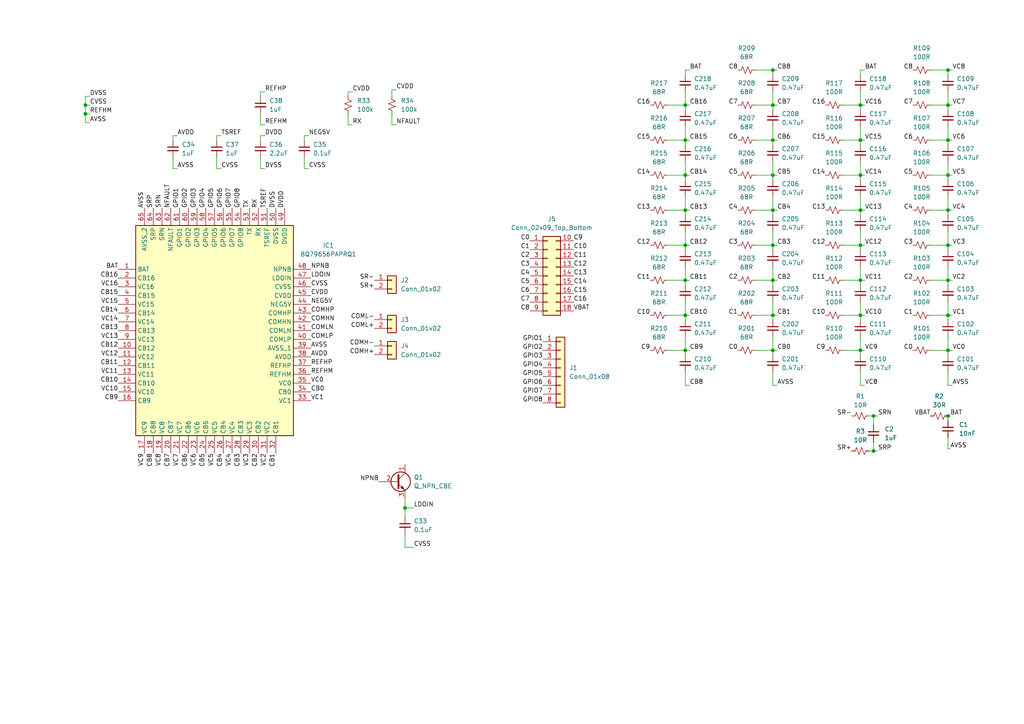
<source format=kicad_sch>
(kicad_sch (version 20230121) (generator eeschema)
  (paper "A4")
  (lib_symbols
    (symbol "BQ79656PAPRQ1:BQ79656PAPRQ1"
      (property "Reference" "IC" (at 52.07 17.78 0))
      (property "Value" "BQ79656PAPRQ1" (at 52.07 15.24 0))
      (symbol "BQ79656PAPRQ1_1_1"
        (rectangle (start 5.08 12.7) (end 50.8 -48.26) (stroke (width 0.254)) (fill (type background)))
        (pin power_in line (at 0 0 0) (length 5.08) (name "BAT") (number "1"))
        (pin bidirectional line (at 0 -22.86 0) (length 5.08) (name "CB12") (number "10"))
        (pin input line (at 0 -25.4 0) (length 5.08) (name "VC12") (number "11"))
        (pin bidirectional line (at 0 -27.94 0) (length 5.08) (name "CB11") (number "12"))
        (pin input line (at 0 -30.48 0) (length 5.08) (name "VC11") (number "13"))
        (pin bidirectional line (at 0 -33.02 0) (length 5.08) (name "CB10") (number "14"))
        (pin input line (at 0 -35.56 0) (length 5.08) (name "VC10") (number "15"))
        (pin bidirectional line (at 0 -38.1 0) (length 5.08) (name "CB9") (number "16"))
        (pin input line (at 7.62 -53.34 90) (length 5.08) (name "VC9") (number "17"))
        (pin bidirectional line (at 10.16 -53.34 90) (length 5.08) (name "CB8") (number "18"))
        (pin input line (at 12.7 -53.34 90) (length 5.08) (name "VC8") (number "19"))
        (pin bidirectional line (at 0 -2.54 0) (length 5.08) (name "CB16") (number "2"))
        (pin bidirectional line (at 15.24 -53.34 90) (length 5.08) (name "CB7") (number "20"))
        (pin input line (at 17.78 -53.34 90) (length 5.08) (name "VC7") (number "21"))
        (pin bidirectional line (at 20.32 -53.34 90) (length 5.08) (name "CB6") (number "22"))
        (pin input line (at 22.86 -53.34 90) (length 5.08) (name "VC6") (number "23"))
        (pin bidirectional line (at 25.4 -53.34 90) (length 5.08) (name "CB5") (number "24"))
        (pin input line (at 27.94 -53.34 90) (length 5.08) (name "VC5") (number "25"))
        (pin bidirectional line (at 30.48 -53.34 90) (length 5.08) (name "CB4") (number "26"))
        (pin input line (at 33.02 -53.34 90) (length 5.08) (name "VC4") (number "27"))
        (pin bidirectional line (at 35.56 -53.34 90) (length 5.08) (name "CB3") (number "28"))
        (pin input line (at 38.1 -53.34 90) (length 5.08) (name "VC3") (number "29"))
        (pin input line (at 0 -5.08 0) (length 5.08) (name "VC16") (number "3"))
        (pin bidirectional line (at 40.64 -53.34 90) (length 5.08) (name "CB2") (number "30"))
        (pin input line (at 43.18 -53.34 90) (length 5.08) (name "VC2") (number "31"))
        (pin bidirectional line (at 45.72 -53.34 90) (length 5.08) (name "CB1") (number "32"))
        (pin input line (at 55.88 -38.1 180) (length 5.08) (name "VC1") (number "33"))
        (pin bidirectional line (at 55.88 -35.56 180) (length 5.08) (name "CB0") (number "34"))
        (pin input line (at 55.88 -33.02 180) (length 5.08) (name "VC0") (number "35"))
        (pin power_in line (at 55.88 -30.48 180) (length 5.08) (name "REFHM") (number "36"))
        (pin power_in line (at 55.88 -27.94 180) (length 5.08) (name "REFHP") (number "37"))
        (pin power_in line (at 55.88 -25.4 180) (length 5.08) (name "AVDD") (number "38"))
        (pin power_in line (at 55.88 -22.86 180) (length 5.08) (name "AVSS_1") (number "39"))
        (pin bidirectional line (at 0 -7.62 0) (length 5.08) (name "CB15") (number "4"))
        (pin bidirectional line (at 55.88 -20.32 180) (length 5.08) (name "COMLP") (number "40"))
        (pin bidirectional line (at 55.88 -17.78 180) (length 5.08) (name "COMLN") (number "41"))
        (pin bidirectional line (at 55.88 -15.24 180) (length 5.08) (name "COMHN") (number "42"))
        (pin bidirectional line (at 55.88 -12.7 180) (length 5.08) (name "COMHP") (number "43"))
        (pin power_in line (at 55.88 -10.16 180) (length 5.08) (name "NEG5V") (number "44"))
        (pin power_in line (at 55.88 -7.62 180) (length 5.08) (name "CVDD") (number "45"))
        (pin power_in line (at 55.88 -5.08 180) (length 5.08) (name "CVSS") (number "46"))
        (pin power_in line (at 55.88 -2.54 180) (length 5.08) (name "LDOIN") (number "47"))
        (pin power_in line (at 55.88 0 180) (length 5.08) (name "NPNB") (number "48"))
        (pin power_in line (at 48.26 17.78 270) (length 5.08) (name "DVDD") (number "49"))
        (pin input line (at 0 -10.16 0) (length 5.08) (name "VC15") (number "5"))
        (pin power_in line (at 45.72 17.78 270) (length 5.08) (name "DVSS") (number "50"))
        (pin power_in line (at 43.18 17.78 270) (length 5.08) (name "TSREF") (number "51"))
        (pin input line (at 40.64 17.78 270) (length 5.08) (name "RX") (number "52"))
        (pin output line (at 38.1 17.78 270) (length 5.08) (name "TX") (number "53"))
        (pin bidirectional line (at 35.56 17.78 270) (length 5.08) (name "GPIO8") (number "54"))
        (pin bidirectional line (at 33.02 17.78 270) (length 5.08) (name "GPIO7") (number "55"))
        (pin bidirectional line (at 30.48 17.78 270) (length 5.08) (name "GPIO6") (number "56"))
        (pin bidirectional line (at 27.94 17.78 270) (length 5.08) (name "GPIO5") (number "57"))
        (pin bidirectional line (at 25.4 17.78 270) (length 5.08) (name "GPIO4") (number "58"))
        (pin bidirectional line (at 22.86 17.78 270) (length 5.08) (name "GPIO3") (number "59"))
        (pin bidirectional line (at 0 -12.7 0) (length 5.08) (name "CB14") (number "6"))
        (pin bidirectional line (at 20.32 17.78 270) (length 5.08) (name "GPIO2") (number "60"))
        (pin bidirectional line (at 17.78 17.78 270) (length 5.08) (name "GPIO1") (number "61"))
        (pin output line (at 15.24 17.78 270) (length 5.08) (name "NFAULT") (number "62"))
        (pin input line (at 12.7 17.78 270) (length 5.08) (name "SRN") (number "63"))
        (pin input line (at 10.16 17.78 270) (length 5.08) (name "SRP") (number "64"))
        (pin power_in line (at 7.62 17.78 270) (length 5.08) (name "AVSS_2") (number "65"))
        (pin input line (at 0 -15.24 0) (length 5.08) (name "VC14") (number "7"))
        (pin bidirectional line (at 0 -17.78 0) (length 5.08) (name "CB13") (number "8"))
        (pin input line (at 0 -20.32 0) (length 5.08) (name "VC13") (number "9"))
      )
    )
    (symbol "Connector_Generic:Conn_01x02" (pin_names (offset 1.016) hide)
      (property "Reference" "J" (at 0 2.54 0))
      (property "Value" "Conn_01x02" (at 0 -5.08 0))
      (symbol "Conn_01x02_1_1"
        (rectangle (start -1.27 -2.413) (end 0 -2.667) (stroke (width 0.1524)))
        (rectangle (start -1.27 0.127) (end 0 -0.127) (stroke (width 0.1524)))
        (rectangle (start -1.27 1.27) (end 1.27 -3.81) (stroke (width 0.254)) (fill (type background)))
        (pin passive line (at -5.08 0 0) (length 3.81) (name "Pin_1") (number "1"))
        (pin passive line (at -5.08 -2.54 0) (length 3.81) (name "Pin_2") (number "2"))
      )
    )
    (symbol "Connector_Generic:Conn_01x08" (pin_names (offset 1.016) hide)
      (property "Reference" "J" (at 0 10.16 0))
      (property "Value" "Conn_01x08" (at 0 -12.7 0))
      (symbol "Conn_01x08_1_1"
        (rectangle (start -1.27 -10.033) (end 0 -10.287) (stroke (width 0.1524)))
        (rectangle (start -1.27 -7.493) (end 0 -7.747) (stroke (width 0.1524)))
        (rectangle (start -1.27 -4.953) (end 0 -5.207) (stroke (width 0.1524)))
        (rectangle (start -1.27 -2.413) (end 0 -2.667) (stroke (width 0.1524)))
        (rectangle (start -1.27 0.127) (end 0 -0.127) (stroke (width 0.1524)))
        (rectangle (start -1.27 2.667) (end 0 2.413) (stroke (width 0.1524)))
        (rectangle (start -1.27 5.207) (end 0 4.953) (stroke (width 0.1524)))
        (rectangle (start -1.27 7.747) (end 0 7.493) (stroke (width 0.1524)))
        (rectangle (start -1.27 8.89) (end 1.27 -11.43) (stroke (width 0.254)) (fill (type background)))
        (pin passive line (at -5.08 7.62 0) (length 3.81) (name "Pin_1") (number "1"))
        (pin passive line (at -5.08 5.08 0) (length 3.81) (name "Pin_2") (number "2"))
        (pin passive line (at -5.08 2.54 0) (length 3.81) (name "Pin_3") (number "3"))
        (pin passive line (at -5.08 0 0) (length 3.81) (name "Pin_4") (number "4"))
        (pin passive line (at -5.08 -2.54 0) (length 3.81) (name "Pin_5") (number "5"))
        (pin passive line (at -5.08 -5.08 0) (length 3.81) (name "Pin_6") (number "6"))
        (pin passive line (at -5.08 -7.62 0) (length 3.81) (name "Pin_7") (number "7"))
        (pin passive line (at -5.08 -10.16 0) (length 3.81) (name "Pin_8") (number "8"))
      )
    )
    (symbol "Connector_Generic:Conn_02x09_Top_Bottom" (pin_names (offset 1.016) hide)
      (property "Reference" "J" (at 1.27 12.7 0))
      (property "Value" "Conn_02x09_Top_Bottom" (at 1.27 -12.7 0))
      (symbol "Conn_02x09_Top_Bottom_1_1"
        (rectangle (start -1.27 -10.033) (end 0 -10.287) (stroke (width 0.1524)))
        (rectangle (start -1.27 -7.493) (end 0 -7.747) (stroke (width 0.1524)))
        (rectangle (start -1.27 -4.953) (end 0 -5.207) (stroke (width 0.1524)))
        (rectangle (start -1.27 -2.413) (end 0 -2.667) (stroke (width 0.1524)))
        (rectangle (start -1.27 0.127) (end 0 -0.127) (stroke (width 0.1524)))
        (rectangle (start -1.27 2.667) (end 0 2.413) (stroke (width 0.1524)))
        (rectangle (start -1.27 5.207) (end 0 4.953) (stroke (width 0.1524)))
        (rectangle (start -1.27 7.747) (end 0 7.493) (stroke (width 0.1524)))
        (rectangle (start -1.27 10.287) (end 0 10.033) (stroke (width 0.1524)))
        (rectangle (start -1.27 11.43) (end 3.81 -11.43) (stroke (width 0.254)) (fill (type background)))
        (rectangle (start 3.81 -10.033) (end 2.54 -10.287) (stroke (width 0.1524)))
        (rectangle (start 3.81 -7.493) (end 2.54 -7.747) (stroke (width 0.1524)))
        (rectangle (start 3.81 -4.953) (end 2.54 -5.207) (stroke (width 0.1524)))
        (rectangle (start 3.81 -2.413) (end 2.54 -2.667) (stroke (width 0.1524)))
        (rectangle (start 3.81 0.127) (end 2.54 -0.127) (stroke (width 0.1524)))
        (rectangle (start 3.81 2.667) (end 2.54 2.413) (stroke (width 0.1524)))
        (rectangle (start 3.81 5.207) (end 2.54 4.953) (stroke (width 0.1524)))
        (rectangle (start 3.81 7.747) (end 2.54 7.493) (stroke (width 0.1524)))
        (rectangle (start 3.81 10.287) (end 2.54 10.033) (stroke (width 0.1524)))
        (pin passive line (at -5.08 10.16 0) (length 3.81) (name "Pin_1") (number "1"))
        (pin passive line (at 7.62 10.16 180) (length 3.81) (name "Pin_10") (number "10"))
        (pin passive line (at 7.62 7.62 180) (length 3.81) (name "Pin_11") (number "11"))
        (pin passive line (at 7.62 5.08 180) (length 3.81) (name "Pin_12") (number "12"))
        (pin passive line (at 7.62 2.54 180) (length 3.81) (name "Pin_13") (number "13"))
        (pin passive line (at 7.62 0 180) (length 3.81) (name "Pin_14") (number "14"))
        (pin passive line (at 7.62 -2.54 180) (length 3.81) (name "Pin_15") (number "15"))
        (pin passive line (at 7.62 -5.08 180) (length 3.81) (name "Pin_16") (number "16"))
        (pin passive line (at 7.62 -7.62 180) (length 3.81) (name "Pin_17") (number "17"))
        (pin passive line (at 7.62 -10.16 180) (length 3.81) (name "Pin_18") (number "18"))
        (pin passive line (at -5.08 7.62 0) (length 3.81) (name "Pin_2") (number "2"))
        (pin passive line (at -5.08 5.08 0) (length 3.81) (name "Pin_3") (number "3"))
        (pin passive line (at -5.08 2.54 0) (length 3.81) (name "Pin_4") (number "4"))
        (pin passive line (at -5.08 0 0) (length 3.81) (name "Pin_5") (number "5"))
        (pin passive line (at -5.08 -2.54 0) (length 3.81) (name "Pin_6") (number "6"))
        (pin passive line (at -5.08 -5.08 0) (length 3.81) (name "Pin_7") (number "7"))
        (pin passive line (at -5.08 -7.62 0) (length 3.81) (name "Pin_8") (number "8"))
        (pin passive line (at -5.08 -10.16 0) (length 3.81) (name "Pin_9") (number "9"))
      )
    )
    (symbol "Device:C_Small" (pin_numbers hide) (pin_names (offset 0.254) hide)
      (property "Reference" "C" (at 0.254 1.778 0))
      (property "Value" "C_Small" (at 0.254 -2.032 0))
      (symbol "C_Small_0_1"
        (polyline (pts (xy -1.524 -0.508) (xy 1.524 -0.508)) (stroke (width 0.3302)))
        (polyline (pts (xy -1.524 0.508) (xy 1.524 0.508)) (stroke (width 0.3048)))
      )
      (symbol "C_Small_1_1"
        (pin passive line (at 0 2.54 270) (length 2.032) (name "~") (number "1"))
        (pin passive line (at 0 -2.54 90) (length 2.032) (name "~") (number "2"))
      )
    )
    (symbol "Device:Q_NPN_CBE" (pin_names (offset 0) hide)
      (property "Reference" "Q" (at 5.08 1.27 0))
      (property "Value" "Q_NPN_CBE" (at 5.08 -1.27 0))
      (symbol "Q_NPN_CBE_0_1"
        (polyline (pts (xy 0.635 0.635) (xy 2.54 2.54)))
        (polyline (pts (xy 0.635 -0.635) (xy 2.54 -2.54) (xy 2.54 -2.54)))
        (polyline (pts (xy 0.635 1.905) (xy 0.635 -1.905) (xy 0.635 -1.905)) (stroke (width 0.508)))
        (polyline (pts (xy 1.27 -1.778) (xy 1.778 -1.27) (xy 2.286 -2.286) (xy 1.27 -1.778) (xy 1.27 -1.778)) (fill (type outline)))
        (circle (center 1.27 0) (radius 2.8194) (stroke (width 0.254)))
      )
      (symbol "Q_NPN_CBE_1_1"
        (pin passive line (at 2.54 5.08 270) (length 2.54) (name "C") (number "1"))
        (pin input line (at -5.08 0 0) (length 5.715) (name "B") (number "2"))
        (pin passive line (at 2.54 -5.08 90) (length 2.54) (name "E") (number "3"))
      )
    )
    (symbol "Device:R_Small_US" (pin_numbers hide) (pin_names (offset 0.254) hide)
      (property "Reference" "R" (at 0.762 0.508 0))
      (property "Value" "R_Small_US" (at 0.762 -1.016 0))
      (symbol "R_Small_US_1_1"
        (polyline (pts (xy 0 0) (xy 1.016 -0.381) (xy 0 -0.762) (xy -1.016 -1.143) (xy 0 -1.524)))
        (polyline (pts (xy 0 1.524) (xy 1.016 1.143) (xy 0 0.762) (xy -1.016 0.381) (xy 0 0)))
        (pin passive line (at 0 2.54 270) (length 1.016) (name "~") (number "1"))
        (pin passive line (at 0 -2.54 90) (length 1.016) (name "~") (number "2"))
      )
    )
  )
  (junction (at 274.955 101.6))
  (junction (at 249.555 71.12))
  (junction (at 249.555 40.64))
  (junction (at 249.555 60.96))
  (junction (at 224.155 91.44))
  (junction (at 198.755 91.44))
  (junction (at 224.155 81.28))
  (junction (at 274.955 30.48))
  (junction (at 253.365 130.81))
  (junction (at 274.955 40.64))
  (junction (at 249.555 81.28))
  (junction (at 224.155 60.96))
  (junction (at 198.755 30.48))
  (junction (at 253.365 120.65))
  (junction (at 198.755 71.12))
  (junction (at 224.155 30.48))
  (junction (at 274.955 20.32))
  (junction (at 224.155 101.6))
  (junction (at 274.955 81.28))
  (junction (at 198.755 81.28))
  (junction (at 224.155 20.32))
  (junction (at 198.755 60.96))
  (junction (at 198.755 101.6))
  (junction (at 224.155 50.8))
  (junction (at 249.555 101.6))
  (junction (at 249.555 30.48))
  (junction (at 24.765 30.48))
  (junction (at 274.955 71.12))
  (junction (at 274.955 120.65))
  (junction (at 249.555 50.8))
  (junction (at 224.155 71.12))
  (junction (at 198.755 40.64))
  (junction (at 117.475 147.32))
  (junction (at 274.955 91.44))
  (junction (at 198.755 50.8))
  (junction (at 224.155 40.64))
  (junction (at 274.955 60.96))
  (junction (at 249.555 91.44))
  (junction (at 274.955 50.8))
  (junction (at 24.765 33.02))
  (bus_entry (at 347.98 203.2) (size 2.54 2.54))
  (wire (pts (xy 198.755 60.96) (xy 200.025 60.96)))
  (wire (pts (xy 224.155 81.28) (xy 225.425 81.28)))
  (wire (pts (xy 274.955 81.28) (xy 274.955 82.55)))
  (wire (pts (xy 75.565 36.195) (xy 76.835 36.195)))
  (wire (pts (xy 274.955 26.67) (xy 274.955 30.48)))
  (wire (pts (xy 253.365 130.81) (xy 252.095 130.81)))
  (wire (pts (xy 269.875 101.6) (xy 274.955 101.6)))
  (wire (pts (xy 100.965 33.02) (xy 100.965 36.195)))
  (wire (pts (xy 24.765 33.02) (xy 24.765 35.56)))
  (wire (pts (xy 274.955 30.48) (xy 274.955 31.75)))
  (wire (pts (xy 198.755 20.32) (xy 200.025 20.32)))
  (wire (pts (xy 274.955 91.44) (xy 274.955 92.71)))
  (wire (pts (xy 198.755 30.48) (xy 198.755 31.75)))
  (wire (pts (xy 224.155 107.95) (xy 224.155 111.76)))
  (wire (pts (xy 274.955 71.12) (xy 276.225 71.12)))
  (wire (pts (xy 253.365 120.65) (xy 252.095 120.65)))
  (wire (pts (xy 269.875 91.44) (xy 274.955 91.44)))
  (wire (pts (xy 224.155 26.67) (xy 224.155 30.48)))
  (wire (pts (xy 274.955 60.96) (xy 274.955 62.23)))
  (wire (pts (xy 75.565 48.895) (xy 75.565 45.72)))
  (wire (pts (xy 274.955 71.12) (xy 274.955 72.39)))
  (wire (pts (xy 50.165 40.64) (xy 50.165 39.37)))
  (wire (pts (xy 274.955 120.65) (xy 274.955 121.92)))
  (wire (pts (xy 193.675 50.8) (xy 198.755 50.8)))
  (wire (pts (xy 198.755 60.96) (xy 198.755 62.23)))
  (wire (pts (xy 274.955 50.8) (xy 276.225 50.8)))
  (wire (pts (xy 274.955 40.64) (xy 276.225 40.64)))
  (wire (pts (xy 50.165 48.895) (xy 51.435 48.895)))
  (wire (pts (xy 274.955 36.83) (xy 274.955 40.64)))
  (wire (pts (xy 249.555 60.96) (xy 249.555 62.23)))
  (wire (pts (xy 224.155 20.32) (xy 224.155 21.59)))
  (wire (pts (xy 198.755 111.76) (xy 200.025 111.76)))
  (wire (pts (xy 274.955 101.6) (xy 276.225 101.6)))
  (wire (pts (xy 88.265 48.895) (xy 88.265 45.72)))
  (wire (pts (xy 224.155 71.12) (xy 224.155 72.39)))
  (wire (pts (xy 274.955 127) (xy 274.955 130.175)))
  (wire (pts (xy 224.155 77.47) (xy 224.155 81.28)))
  (wire (pts (xy 274.955 120.65) (xy 275.59 120.65)))
  (wire (pts (xy 198.755 46.99) (xy 198.755 50.8)))
  (wire (pts (xy 224.155 97.79) (xy 224.155 101.6)))
  (wire (pts (xy 269.875 50.8) (xy 274.955 50.8)))
  (wire (pts (xy 274.955 101.6) (xy 274.955 102.87)))
  (wire (pts (xy 24.765 27.94) (xy 24.765 30.48)))
  (wire (pts (xy 249.555 111.76) (xy 250.825 111.76)))
  (wire (pts (xy 224.155 60.96) (xy 225.425 60.96)))
  (wire (pts (xy 198.755 87.63) (xy 198.755 91.44)))
  (wire (pts (xy 249.555 40.64) (xy 250.825 40.64)))
  (wire (pts (xy 224.155 20.32) (xy 225.425 20.32)))
  (wire (pts (xy 224.155 91.44) (xy 225.425 91.44)))
  (wire (pts (xy 219.075 60.96) (xy 224.155 60.96)))
  (wire (pts (xy 274.955 107.95) (xy 274.955 111.76)))
  (wire (pts (xy 198.755 40.64) (xy 200.025 40.64)))
  (wire (pts (xy 249.555 97.79) (xy 249.555 101.6)))
  (wire (pts (xy 274.955 130.175) (xy 275.59 130.175)))
  (wire (pts (xy 249.555 67.31) (xy 249.555 71.12)))
  (wire (pts (xy 244.475 71.12) (xy 249.555 71.12)))
  (wire (pts (xy 274.955 67.31) (xy 274.955 71.12)))
  (wire (pts (xy 224.155 57.15) (xy 224.155 60.96)))
  (wire (pts (xy 198.755 91.44) (xy 198.755 92.71)))
  (wire (pts (xy 249.555 50.8) (xy 250.825 50.8)))
  (wire (pts (xy 244.475 60.96) (xy 249.555 60.96)))
  (wire (pts (xy 198.755 77.47) (xy 198.755 81.28)))
  (wire (pts (xy 274.955 81.28) (xy 276.225 81.28)))
  (wire (pts (xy 198.755 67.31) (xy 198.755 71.12)))
  (wire (pts (xy 117.475 144.78) (xy 117.475 147.32)))
  (wire (pts (xy 224.155 30.48) (xy 224.155 31.75)))
  (wire (pts (xy 249.555 81.28) (xy 250.825 81.28)))
  (wire (pts (xy 249.555 60.96) (xy 250.825 60.96)))
  (wire (pts (xy 274.955 40.64) (xy 274.955 41.91)))
  (wire (pts (xy 219.075 40.64) (xy 224.155 40.64)))
  (wire (pts (xy 88.265 39.37) (xy 89.535 39.37)))
  (wire (pts (xy 193.675 60.96) (xy 198.755 60.96)))
  (wire (pts (xy 249.555 91.44) (xy 250.825 91.44)))
  (wire (pts (xy 113.665 27.94) (xy 113.665 26.035)))
  (wire (pts (xy 249.555 50.8) (xy 249.555 52.07)))
  (wire (pts (xy 249.555 101.6) (xy 249.555 102.87)))
  (wire (pts (xy 193.675 81.28) (xy 198.755 81.28)))
  (wire (pts (xy 198.755 36.83) (xy 198.755 40.64)))
  (wire (pts (xy 198.755 81.28) (xy 200.025 81.28)))
  (wire (pts (xy 88.265 39.37) (xy 88.265 40.64)))
  (wire (pts (xy 249.555 30.48) (xy 250.825 30.48)))
  (wire (pts (xy 113.665 36.195) (xy 114.935 36.195)))
  (wire (pts (xy 244.475 101.6) (xy 249.555 101.6)))
  (wire (pts (xy 269.875 30.48) (xy 274.955 30.48)))
  (wire (pts (xy 100.965 26.67) (xy 100.965 27.94)))
  (wire (pts (xy 253.365 130.81) (xy 253.365 128.27)))
  (wire (pts (xy 253.365 130.81) (xy 254.635 130.81)))
  (wire (pts (xy 274.955 77.47) (xy 274.955 81.28)))
  (wire (pts (xy 75.565 48.895) (xy 76.835 48.895)))
  (wire (pts (xy 100.965 26.67) (xy 102.235 26.67)))
  (wire (pts (xy 224.155 36.83) (xy 224.155 40.64)))
  (wire (pts (xy 193.675 30.48) (xy 198.755 30.48)))
  (wire (pts (xy 249.555 21.59) (xy 249.555 20.32)))
  (wire (pts (xy 193.675 71.12) (xy 198.755 71.12)))
  (wire (pts (xy 198.755 50.8) (xy 200.025 50.8)))
  (wire (pts (xy 75.565 39.37) (xy 76.835 39.37)))
  (wire (pts (xy 274.955 50.8) (xy 274.955 52.07)))
  (wire (pts (xy 274.955 60.96) (xy 276.225 60.96)))
  (wire (pts (xy 62.865 48.895) (xy 64.135 48.895)))
  (wire (pts (xy 198.755 71.12) (xy 200.025 71.12)))
  (wire (pts (xy 274.955 111.76) (xy 276.225 111.76)))
  (wire (pts (xy 224.155 87.63) (xy 224.155 91.44)))
  (wire (pts (xy 219.075 50.8) (xy 224.155 50.8)))
  (wire (pts (xy 249.555 91.44) (xy 249.555 92.71)))
  (wire (pts (xy 198.755 81.28) (xy 198.755 82.55)))
  (wire (pts (xy 249.555 71.12) (xy 250.825 71.12)))
  (wire (pts (xy 249.555 87.63) (xy 249.555 91.44)))
  (wire (pts (xy 224.155 81.28) (xy 224.155 82.55)))
  (wire (pts (xy 88.265 48.895) (xy 89.535 48.895)))
  (wire (pts (xy 249.555 30.48) (xy 249.555 31.75)))
  (wire (pts (xy 50.165 45.72) (xy 50.165 48.895)))
  (wire (pts (xy 269.875 81.28) (xy 274.955 81.28)))
  (wire (pts (xy 198.755 91.44) (xy 200.025 91.44)))
  (wire (pts (xy 62.865 39.37) (xy 62.865 40.64)))
  (wire (pts (xy 224.155 30.48) (xy 225.425 30.48)))
  (wire (pts (xy 244.475 81.28) (xy 249.555 81.28)))
  (wire (pts (xy 198.755 101.6) (xy 198.755 102.87)))
  (wire (pts (xy 224.155 101.6) (xy 224.155 102.87)))
  (wire (pts (xy 244.475 50.8) (xy 249.555 50.8)))
  (wire (pts (xy 117.475 158.75) (xy 120.015 158.75)))
  (wire (pts (xy 249.555 77.47) (xy 249.555 81.28)))
  (wire (pts (xy 117.475 147.32) (xy 120.015 147.32)))
  (wire (pts (xy 198.755 50.8) (xy 198.755 52.07)))
  (wire (pts (xy 249.555 81.28) (xy 249.555 82.55)))
  (wire (pts (xy 198.755 57.15) (xy 198.755 60.96)))
  (wire (pts (xy 219.075 30.48) (xy 224.155 30.48)))
  (wire (pts (xy 224.155 60.96) (xy 224.155 62.23)))
  (wire (pts (xy 219.075 91.44) (xy 224.155 91.44)))
  (wire (pts (xy 193.675 91.44) (xy 198.755 91.44)))
  (wire (pts (xy 224.155 50.8) (xy 225.425 50.8)))
  (wire (pts (xy 224.155 46.99) (xy 224.155 50.8)))
  (wire (pts (xy 198.755 107.95) (xy 198.755 111.76)))
  (wire (pts (xy 224.155 91.44) (xy 224.155 92.71)))
  (wire (pts (xy 224.155 40.64) (xy 225.425 40.64)))
  (wire (pts (xy 224.155 40.64) (xy 224.155 41.91)))
  (wire (pts (xy 198.755 40.64) (xy 198.755 41.91)))
  (wire (pts (xy 62.865 48.895) (xy 62.865 45.72)))
  (wire (pts (xy 198.755 71.12) (xy 198.755 72.39)))
  (wire (pts (xy 117.475 147.32) (xy 117.475 149.86)))
  (wire (pts (xy 274.955 20.32) (xy 276.225 20.32)))
  (wire (pts (xy 50.165 39.37) (xy 51.435 39.37)))
  (wire (pts (xy 75.565 26.67) (xy 75.565 27.94)))
  (wire (pts (xy 269.875 20.32) (xy 274.955 20.32)))
  (wire (pts (xy 26.035 27.94) (xy 24.765 27.94)))
  (wire (pts (xy 274.955 57.15) (xy 274.955 60.96)))
  (wire (pts (xy 113.665 33.02) (xy 113.665 36.195)))
  (wire (pts (xy 62.865 39.37) (xy 64.135 39.37)))
  (wire (pts (xy 274.955 46.99) (xy 274.955 50.8)))
  (wire (pts (xy 249.555 36.83) (xy 249.555 40.64)))
  (wire (pts (xy 224.155 67.31) (xy 224.155 71.12)))
  (wire (pts (xy 224.155 101.6) (xy 225.425 101.6)))
  (wire (pts (xy 24.765 30.48) (xy 26.035 30.48)))
  (wire (pts (xy 274.955 87.63) (xy 274.955 91.44)))
  (wire (pts (xy 219.075 81.28) (xy 224.155 81.28)))
  (wire (pts (xy 244.475 40.64) (xy 249.555 40.64)))
  (wire (pts (xy 244.475 30.48) (xy 249.555 30.48)))
  (wire (pts (xy 274.955 30.48) (xy 276.225 30.48)))
  (wire (pts (xy 249.555 71.12) (xy 249.555 72.39)))
  (wire (pts (xy 198.755 30.48) (xy 200.025 30.48)))
  (wire (pts (xy 249.555 40.64) (xy 249.555 41.91)))
  (wire (pts (xy 269.875 40.64) (xy 274.955 40.64)))
  (wire (pts (xy 198.755 26.67) (xy 198.755 30.48)))
  (wire (pts (xy 224.155 71.12) (xy 225.425 71.12)))
  (wire (pts (xy 219.075 101.6) (xy 224.155 101.6)))
  (wire (pts (xy 269.875 71.12) (xy 274.955 71.12)))
  (wire (pts (xy 219.075 71.12) (xy 224.155 71.12)))
  (wire (pts (xy 24.765 35.56) (xy 26.035 35.56)))
  (wire (pts (xy 113.665 26.035) (xy 114.935 26.035)))
  (wire (pts (xy 249.555 20.32) (xy 250.825 20.32)))
  (wire (pts (xy 249.555 107.95) (xy 249.555 111.76)))
  (wire (pts (xy 224.155 111.76) (xy 225.425 111.76)))
  (wire (pts (xy 269.875 60.96) (xy 274.955 60.96)))
  (wire (pts (xy 193.675 40.64) (xy 198.755 40.64)))
  (wire (pts (xy 24.765 33.02) (xy 26.035 33.02)))
  (wire (pts (xy 253.365 120.65) (xy 254.635 120.65)))
  (wire (pts (xy 198.755 101.6) (xy 200.025 101.6)))
  (wire (pts (xy 249.555 26.67) (xy 249.555 30.48)))
  (wire (pts (xy 75.565 26.67) (xy 76.835 26.67)))
  (wire (pts (xy 274.955 97.79) (xy 274.955 101.6)))
  (wire (pts (xy 249.555 46.99) (xy 249.555 50.8)))
  (wire (pts (xy 193.675 101.6) (xy 198.755 101.6)))
  (wire (pts (xy 75.565 39.37) (xy 75.565 40.64)))
  (wire (pts (xy 198.755 97.79) (xy 198.755 101.6)))
  (wire (pts (xy 249.555 57.15) (xy 249.555 60.96)))
  (wire (pts (xy 244.475 91.44) (xy 249.555 91.44)))
  (wire (pts (xy 224.155 50.8) (xy 224.155 52.07)))
  (wire (pts (xy 75.565 36.195) (xy 75.565 33.02)))
  (wire (pts (xy 198.755 21.59) (xy 198.755 20.32)))
  (wire (pts (xy 219.075 20.32) (xy 224.155 20.32)))
  (wire (pts (xy 274.955 20.32) (xy 274.955 21.59)))
  (wire (pts (xy 249.555 101.6) (xy 250.825 101.6)))
  (wire (pts (xy 100.965 36.195) (xy 102.235 36.195)))
  (wire (pts (xy 274.955 91.44) (xy 276.225 91.44)))
  (wire (pts (xy 253.365 120.65) (xy 253.365 123.19)))
  (wire (pts (xy 117.475 154.94) (xy 117.475 158.75)))
  (wire (pts (xy 24.765 30.48) (xy 24.765 33.02)))
  (label "C7" (at 153.67 87.63 180))
  (label "GPIO7" (at 157.48 114.3 180))
  (label "LDOIN" (at 120.015 147.32 0))
  (label "C4" (at 213.995 60.96 180))
  (label "VC10" (at 250.825 91.44 0))
  (label "CB10" (at 34.29 111.125 180))
  (label "AVSS" (at 51.435 48.895 0))
  (label "CB15" (at 34.29 85.725 180))
  (label "VC2" (at 276.225 81.28 0))
  (label "CVSS" (at 89.535 48.895 0))
  (label "VC8" (at 46.99 131.445 270))
  (label "CB4" (at 225.425 60.96 0))
  (label "CB8" (at 44.45 131.445 270))
  (label "C2" (at 264.795 81.28 180))
  (label "VC3" (at 276.225 71.12 0))
  (label "VC1" (at 276.225 91.44 0))
  (label "CB12" (at 200.025 71.12 0))
  (label "C3" (at 213.995 71.12 180))
  (label "C4" (at 153.67 80.01 180))
  (label "GPIO6" (at 157.48 111.76 180))
  (label "DVDD" (at 76.835 39.37 0))
  (label "REFHP" (at 90.17 106.045 0))
  (label "GPIO7" (at 67.31 60.325 90))
  (label "COMLN" (at 90.17 95.885 0))
  (label "VC5" (at 62.23 131.445 270))
  (label "C13" (at 239.395 60.96 180))
  (label "CB13" (at 200.025 60.96 0))
  (label "VC4" (at 67.31 131.445 270))
  (label "CVDD" (at 114.935 26.035 0))
  (label "CB5" (at 225.425 50.8 0))
  (label "SRN" (at 254.635 120.65 0))
  (label "CB8" (at 225.425 20.32 0))
  (label "VC6" (at 276.225 40.64 0))
  (label "C8" (at 213.995 20.32 180))
  (label "DVSS" (at 26.035 27.94 0))
  (label "C5" (at 153.67 82.55 180))
  (label "C3" (at 264.795 71.12 180))
  (label "VC14" (at 250.825 50.8 0))
  (label "C0" (at 153.67 69.85 180))
  (label "TSREF" (at 77.47 60.325 90))
  (label "LDOIN" (at 90.17 80.645 0))
  (label "CB0" (at 225.425 101.6 0))
  (label "COML-" (at 108.585 92.71 180))
  (label "C9" (at 239.395 101.6 180))
  (label "GPIO5" (at 157.48 109.22 180))
  (label "VC15" (at 250.825 40.64 0))
  (label "C1" (at 153.67 72.39 180))
  (label "VC13" (at 250.825 60.96 0))
  (label "GPIO8" (at 69.85 60.325 90))
  (label "C7" (at 264.795 30.48 180))
  (label "SRN" (at 46.99 60.325 90))
  (label "C9" (at 188.595 101.6 180))
  (label "CVDD" (at 102.235 26.67 0))
  (label "C14" (at 239.395 50.8 180))
  (label "CB16" (at 34.29 80.645 180))
  (label "AVSS" (at 90.17 100.965 0))
  (label "BAT" (at 250.825 20.32 0))
  (label "C10" (at 166.37 72.39 0))
  (label "AVSS" (at 275.59 130.175 0))
  (label "GPIO1" (at 52.07 60.325 90))
  (label "GPIO2" (at 157.48 101.6 180))
  (label "VC4" (at 276.225 60.96 0))
  (label "C8" (at 264.795 20.32 180))
  (label "C14" (at 188.595 50.8 180))
  (label "GPIO3" (at 157.48 104.14 180))
  (label "CB11" (at 200.025 81.28 0))
  (label "SR+" (at 108.585 83.82 180))
  (label "C15" (at 239.395 40.64 180))
  (label "C12" (at 188.595 71.12 180))
  (label "C1" (at 264.795 91.44 180))
  (label "CB6" (at 54.61 131.445 270))
  (label "CB12" (at 34.29 100.965 180))
  (label "C11" (at 188.595 81.28 180))
  (label "VC2" (at 77.47 131.445 270))
  (label "VC11" (at 250.825 81.28 0))
  (label "C16" (at 188.595 30.48 180))
  (label "AVSS" (at 225.425 111.76 0))
  (label "CB4" (at 64.77 131.445 270))
  (label "RX" (at 74.93 60.325 90))
  (label "VC13" (at 34.29 98.425 180))
  (label "CB7" (at 49.53 131.445 270))
  (label "C15" (at 188.595 40.64 180))
  (label "C2" (at 213.995 81.28 180))
  (label "C9" (at 166.37 69.85 0))
  (label "CB2" (at 225.425 81.28 0))
  (label "C8" (at 153.67 90.17 180))
  (label "BAT" (at 275.59 120.65 0))
  (label "REFHM" (at 90.17 108.585 0))
  (label "VC1" (at 90.17 116.205 0))
  (label "CVDD" (at 90.17 85.725 0))
  (label "SR-" (at 108.585 81.28 180))
  (label "VC9" (at 250.825 101.6 0))
  (label "C11" (at 166.37 74.93 0))
  (label "TSREF" (at 64.135 39.37 0))
  (label "AVDD" (at 51.435 39.37 0))
  (label "CVSS" (at 120.015 158.75 0))
  (label "GPIO4" (at 59.69 60.325 90))
  (label "RX" (at 102.235 36.195 0))
  (label "CB3" (at 225.425 71.12 0))
  (label "CB10" (at 200.025 91.44 0))
  (label "TX" (at 72.39 60.325 90))
  (label "COML+" (at 108.585 95.25 180))
  (label "C0" (at 264.795 101.6 180))
  (label "SRP" (at 254.635 130.81 0))
  (label "C6" (at 153.67 85.09 180))
  (label "C7" (at 213.995 30.48 180))
  (label "VC12" (at 250.825 71.12 0))
  (label "CB5" (at 59.69 131.445 270))
  (label "VC15" (at 34.29 88.265 180))
  (label "C13" (at 188.595 60.96 180))
  (label "C0" (at 213.995 101.6 180))
  (label "CB13" (at 34.29 95.885 180))
  (label "DVSS" (at 76.835 48.895 0))
  (label "VBAT" (at 166.37 90.17 0))
  (label "CB11" (at 34.29 106.045 180))
  (label "C16" (at 166.37 87.63 0))
  (label "CB2" (at 74.93 131.445 270))
  (label "COMHN" (at 90.17 93.345 0))
  (label "C3" (at 153.67 77.47 180))
  (label "COMH-" (at 108.585 100.33 180))
  (label "VC0" (at 276.225 101.6 0))
  (label "C14" (at 166.37 82.55 0))
  (label "REFHP" (at 76.835 26.67 0))
  (label "C15" (at 166.37 85.09 0))
  (label "CVSS" (at 90.17 83.185 0))
  (label "CVSS" (at 26.035 30.48 0))
  (label "VC5" (at 276.225 50.8 0))
  (label "CVSS" (at 64.135 48.895 0))
  (label "C13" (at 166.37 80.01 0))
  (label "GPIO4" (at 157.48 106.68 180))
  (label "VC14" (at 34.29 93.345 180))
  (label "C5" (at 264.795 50.8 180))
  (label "SR+" (at 247.015 130.81 180))
  (label "C5" (at 213.995 50.8 180))
  (label "VC3" (at 72.39 131.445 270))
  (label "CB14" (at 200.025 50.8 0))
  (label "NPNB" (at 109.855 139.7 180))
  (label "CB15" (at 200.025 40.64 0))
  (label "C6" (at 213.995 40.64 180))
  (label "SRP" (at 44.45 60.325 90))
  (label "C12" (at 166.37 77.47 0))
  (label "CB0" (at 90.17 113.665 0))
  (label "GPIO1" (at 157.48 99.06 180))
  (label "C11" (at 239.395 81.28 180))
  (label "CB16" (at 200.025 30.48 0))
  (label "VC11" (at 34.29 108.585 180))
  (label "VC8" (at 250.825 111.76 0))
  (label "BAT" (at 34.29 78.105 180))
  (label "CB7" (at 225.425 30.48 0))
  (label "GPIO8" (at 157.48 116.84 180))
  (label "DVDD" (at 82.55 60.325 90))
  (label "AVSS" (at 26.035 35.56 0))
  (label "VC12" (at 34.29 103.505 180))
  (label "GPIO5" (at 62.23 60.325 90))
  (label "CB9" (at 34.29 116.205 180))
  (label "COMHP" (at 90.17 90.805 0))
  (label "GPIO2" (at 54.61 60.325 90))
  (label "COMH+" (at 108.585 102.87 180))
  (label "VC7" (at 276.225 30.48 0))
  (label "VC6" (at 57.15 131.445 270))
  (label "C10" (at 188.595 91.44 180))
  (label "CB14" (at 34.29 90.805 180))
  (label "VC7" (at 52.07 131.445 270))
  (label "NEG5V" (at 89.535 39.37 0))
  (label "VC0" (at 90.17 111.125 0))
  (label "SR-" (at 247.015 120.65 180))
  (label "CB3" (at 69.85 131.445 270))
  (label "COMLP" (at 90.17 98.425 0))
  (label "AVSS" (at 41.91 60.325 90))
  (label "VC16" (at 34.29 83.185 180))
  (label "C4" (at 264.795 60.96 180))
  (label "DVSS" (at 80.01 60.325 90))
  (label "GPIO3" (at 57.15 60.325 90))
  (label "C2" (at 153.67 74.93 180))
  (label "GPIO6" (at 64.77 60.325 90))
  (label "CB9" (at 200.025 101.6 0))
  (label "C16" (at 239.395 30.48 180))
  (label "CB6" (at 225.425 40.64 0))
  (label "AVSS" (at 276.225 111.76 0))
  (label "C6" (at 264.795 40.64 180))
  (label "VC10" (at 34.29 113.665 180))
  (label "C12" (at 239.395 71.12 180))
  (label "NFAULT" (at 114.935 36.195 0))
  (label "CB1" (at 80.01 131.445 270))
  (label "CB8" (at 200.025 111.76 0))
  (label "VC8" (at 276.225 20.32 0))
  (label "VC9" (at 41.91 131.445 270))
  (label "NPNB" (at 90.17 78.105 0))
  (label "CB1" (at 225.425 91.44 0))
  (label "NEG5V" (at 90.17 88.265 0))
  (label "BAT" (at 200.025 20.32 0))
  (label "NFAULT" (at 49.53 60.325 90))
  (label "C10" (at 239.395 91.44 180))
  (label "VC16" (at 250.825 30.48 0))
  (label "VBAT" (at 269.875 120.65 180))
  (label "AVDD" (at 90.17 103.505 0))
  (label "REFHM" (at 26.035 33.02 0))
  (label "REFHM" (at 76.835 36.195 0))
  (label "C1" (at 213.995 91.44 180))
  (symbol (lib_id "Device:C_Small") (at 198.755 64.77 0) (unit 1)
    (property "Reference" "C214" (at 201.295 63.5063 0) (effects (justify left)))
    (property "Value" "0.47uF" (at 201.295 66.0463 0) (effects (justify left)))
  )
  (symbol (lib_id "Device:R_Small_US") (at 216.535 91.44 90) (unit 1)
    (property "Reference" "R202" (at 216.535 85.09 90))
    (property "Value" "68R" (at 216.535 87.63 90))
  )
  (symbol (lib_id "Device:R_Small_US") (at 191.135 30.48 90) (unit 1)
    (property "Reference" "R217" (at 191.135 24.13 90))
    (property "Value" "68R" (at 191.135 26.67 90))
  )
  (symbol (lib_id "Device:R_Small_US") (at 191.135 50.8 90) (unit 1)
    (property "Reference" "R215" (at 191.135 44.45 90))
    (property "Value" "68R" (at 191.135 46.99 90))
  )
  (symbol (lib_id "Device:C_Small") (at 198.755 24.13 0) (unit 1)
    (property "Reference" "C218" (at 201.295 22.8663 0) (effects (justify left)))
    (property "Value" "0.47uF" (at 201.295 25.4063 0) (effects (justify left)))
  )
  (symbol (lib_id "Device:C_Small") (at 198.755 44.45 0) (unit 1)
    (property "Reference" "C216" (at 201.295 43.1863 0) (effects (justify left)))
    (property "Value" "0.47uF" (at 201.295 45.7263 0) (effects (justify left)))
  )
  (symbol (lib_id "Device:Q_NPN_CBE") (at 114.935 139.7 0) (unit 1)
    (property "Reference" "Q1" (at 120.015 138.43 0) (effects (justify left)))
    (property "Value" "Q_NPN_CBE" (at 120.015 140.97 0) (effects (justify left)))
  )
  (symbol (lib_id "Device:R_Small_US") (at 113.665 30.48 0) (unit 1)
    (property "Reference" "R34" (at 116.205 29.21 0) (effects (justify left)))
    (property "Value" "100k" (at 116.205 31.75 0) (effects (justify left)))
  )
  (symbol (lib_id "Device:C_Small") (at 198.755 95.25 0) (unit 1)
    (property "Reference" "C211" (at 201.295 93.9863 0) (effects (justify left)))
    (property "Value" "0.47uF" (at 201.295 96.5263 0) (effects (justify left)))
  )
  (symbol (lib_id "Device:C_Small") (at 224.155 44.45 0) (unit 1)
    (property "Reference" "C207" (at 226.695 43.1863 0) (effects (justify left)))
    (property "Value" "0.47uF" (at 226.695 45.7263 0) (effects (justify left)))
  )
  (symbol (lib_id "Device:R_Small_US") (at 241.935 71.12 90) (unit 1)
    (property "Reference" "R113" (at 241.935 64.77 90))
    (property "Value" "100R" (at 241.935 67.31 90))
  )
  (symbol (lib_id "Device:R_Small_US") (at 191.135 81.28 90) (unit 1)
    (property "Reference" "R212" (at 191.135 74.93 90))
    (property "Value" "68R" (at 191.135 77.47 90))
  )
  (symbol (lib_id "Device:R_Small_US") (at 191.135 60.96 90) (unit 1)
    (property "Reference" "R214" (at 191.135 54.61 90))
    (property "Value" "68R" (at 191.135 57.15 90))
  )
  (symbol (lib_id "Device:R_Small_US") (at 191.135 101.6 90) (unit 1)
    (property "Reference" "R210" (at 191.135 95.25 90))
    (property "Value" "68R" (at 191.135 97.79 90))
  )
  (symbol (lib_id "Device:R_Small_US") (at 267.335 60.96 90) (unit 1)
    (property "Reference" "R105" (at 267.335 54.61 90))
    (property "Value" "100R" (at 267.335 57.15 90))
  )
  (symbol (lib_id "Device:C_Small") (at 50.165 43.18 0) (unit 1)
    (property "Reference" "C34" (at 52.705 41.9163 0) (effects (justify left)))
    (property "Value" "1uF" (at 52.705 44.4563 0) (effects (justify left)))
  )
  (symbol (lib_id "Device:C_Small") (at 274.955 74.93 0) (unit 1)
    (property "Reference" "C104" (at 277.495 73.6663 0) (effects (justify left)))
    (property "Value" "0.47uF" (at 277.495 76.2063 0) (effects (justify left)))
  )
  (symbol (lib_id "Device:C_Small") (at 198.755 105.41 0) (unit 1)
    (property "Reference" "C210" (at 201.295 104.1463 0) (effects (justify left)))
    (property "Value" "0.47uF" (at 201.295 106.6863 0) (effects (justify left)))
  )
  (symbol (lib_id "Device:C_Small") (at 249.555 44.45 0) (unit 1)
    (property "Reference" "C116" (at 252.095 43.1863 0) (effects (justify left)))
    (property "Value" "0.47uF" (at 252.095 45.7263 0) (effects (justify left)))
  )
  (symbol (lib_id "Device:R_Small_US") (at 267.335 50.8 90) (unit 1)
    (property "Reference" "R106" (at 267.335 44.45 90))
    (property "Value" "100R" (at 267.335 46.99 90))
  )
  (symbol (lib_id "Device:R_Small_US") (at 191.135 71.12 90) (unit 1)
    (property "Reference" "R213" (at 191.135 64.77 90))
    (property "Value" "68R" (at 191.135 67.31 90))
  )
  (symbol (lib_id "Device:C_Small") (at 117.475 152.4 0) (unit 1)
    (property "Reference" "C33" (at 120.015 151.1363 0) (effects (justify left)))
    (property "Value" "0.1uF" (at 120.015 153.6763 0) (effects (justify left)))
  )
  (symbol (lib_id "Device:C_Small") (at 224.155 85.09 0) (unit 1)
    (property "Reference" "C203" (at 226.695 83.8263 0) (effects (justify left)))
    (property "Value" "0.47uF" (at 226.695 86.3663 0) (effects (justify left)))
  )
  (symbol (lib_id "Device:C_Small") (at 224.155 34.29 0) (unit 1)
    (property "Reference" "C208" (at 226.695 33.0263 0) (effects (justify left)))
    (property "Value" "0.47uF" (at 226.695 35.5663 0) (effects (justify left)))
  )
  (symbol (lib_id "Device:C_Small") (at 274.955 85.09 0) (unit 1)
    (property "Reference" "C103" (at 277.495 83.8263 0) (effects (justify left)))
    (property "Value" "0.47uF" (at 277.495 86.3663 0) (effects (justify left)))
  )
  (symbol (lib_id "Device:C_Small") (at 198.755 85.09 0) (unit 1)
    (property "Reference" "C212" (at 201.295 83.8263 0) (effects (justify left)))
    (property "Value" "0.47uF" (at 201.295 86.3663 0) (effects (justify left)))
  )
  (symbol (lib_id "Device:C_Small") (at 274.955 105.41 0) (unit 1)
    (property "Reference" "C101" (at 277.495 104.1463 0) (effects (justify left)))
    (property "Value" "0.47uF" (at 277.495 106.6863 0) (effects (justify left)))
  )
  (symbol (lib_id "Device:R_Small_US") (at 249.555 120.65 90) (unit 1)
    (property "Reference" "R1" (at 249.555 114.935 90))
    (property "Value" "10R" (at 249.555 117.475 90))
  )
  (symbol (lib_id "Device:R_Small_US") (at 216.535 81.28 90) (unit 1)
    (property "Reference" "R203" (at 216.535 74.93 90))
    (property "Value" "68R" (at 216.535 77.47 90))
  )
  (symbol (lib_id "Device:C_Small") (at 224.155 54.61 0) (unit 1)
    (property "Reference" "C206" (at 226.695 53.3463 0) (effects (justify left)))
    (property "Value" "0.47uF" (at 226.695 55.8863 0) (effects (justify left)))
  )
  (symbol (lib_id "Device:C_Small") (at 249.555 34.29 0) (unit 1)
    (property "Reference" "C117" (at 252.095 33.0263 0) (effects (justify left)))
    (property "Value" "0.47uF" (at 252.095 35.5663 0) (effects (justify left)))
  )
  (symbol (lib_id "Device:C_Small") (at 274.955 34.29 0) (unit 1)
    (property "Reference" "C108" (at 277.495 33.0263 0) (effects (justify left)))
    (property "Value" "0.47uF" (at 277.495 35.5663 0) (effects (justify left)))
  )
  (symbol (lib_id "Device:R_Small_US") (at 100.965 30.48 0) (unit 1)
    (property "Reference" "R33" (at 103.505 29.21 0) (effects (justify left)))
    (property "Value" "100k" (at 103.505 31.75 0) (effects (justify left)))
  )
  (symbol (lib_id "Device:R_Small_US") (at 249.555 130.81 90) (unit 1)
    (property "Reference" "R3" (at 249.555 125.095 90))
    (property "Value" "10R" (at 249.555 127.635 90))
  )
  (symbol (lib_id "Device:R_Small_US") (at 267.335 91.44 90) (unit 1)
    (property "Reference" "R102" (at 267.335 85.09 90))
    (property "Value" "100R" (at 267.335 87.63 90))
  )
  (symbol (lib_id "Device:C_Small") (at 88.265 43.18 0) (unit 1)
    (property "Reference" "C35" (at 90.805 41.9163 0) (effects (justify left)))
    (property "Value" "0.1uF" (at 90.805 44.4563 0) (effects (justify left)))
  )
  (symbol (lib_id "Device:R_Small_US") (at 241.935 50.8 90) (unit 1)
    (property "Reference" "R115" (at 241.935 44.45 90))
    (property "Value" "100R" (at 241.935 46.99 90))
  )
  (symbol (lib_id "Device:R_Small_US") (at 241.935 30.48 90) (unit 1)
    (property "Reference" "R117" (at 241.935 24.13 90))
    (property "Value" "100R" (at 241.935 26.67 90))
  )
  (symbol (lib_id "Connector_Generic:Conn_01x02") (at 113.665 92.71 0) (unit 1)
    (property "Reference" "J3" (at 116.205 92.71 0) (effects (justify left)))
    (property "Value" "Conn_01x02" (at 116.205 95.25 0) (effects (justify left)))
    (property "Footprint" "Connector_JST:JST_XA_S02B-XASK-1_1x02_P2.50mm_Horizontal" (effects hide))
  )
  (symbol (lib_id "Device:C_Small") (at 249.555 95.25 0) (unit 1)
    (property "Reference" "C111" (at 252.095 93.9863 0) (effects (justify left)))
    (property "Value" "0.47uF" (at 252.095 96.5263 0) (effects (justify left)))
  )
  (symbol (lib_id "Device:C_Small") (at 75.565 43.18 0) (unit 1)
    (property "Reference" "C36" (at 78.105 41.9163 0) (effects (justify left)))
    (property "Value" "2.2uF" (at 78.105 44.4563 0) (effects (justify left)))
  )
  (symbol (lib_id "Device:C_Small") (at 274.955 24.13 0) (unit 1)
    (property "Reference" "C109" (at 277.495 22.8663 0) (effects (justify left)))
    (property "Value" "0.47uF" (at 277.495 25.4063 0) (effects (justify left)))
  )
  (symbol (lib_id "Device:C_Small") (at 274.955 64.77 0) (unit 1)
    (property "Reference" "C105" (at 277.495 63.5063 0) (effects (justify left)))
    (property "Value" "0.47uF" (at 277.495 66.0463 0) (effects (justify left)))
  )
  (symbol (lib_id "Device:C_Small") (at 75.565 30.48 0) (unit 1)
    (property "Reference" "C38" (at 78.105 29.2163 0) (effects (justify left)))
    (property "Value" "1uF" (at 78.105 31.7563 0) (effects (justify left)))
  )
  (symbol (lib_id "Device:C_Small") (at 274.955 95.25 0) (unit 1)
    (property "Reference" "C102" (at 277.495 93.9863 0) (effects (justify left)))
    (property "Value" "0.47uF" (at 277.495 96.5263 0) (effects (justify left)))
  )
  (symbol (lib_id "Device:C_Small") (at 249.555 85.09 0) (unit 1)
    (property "Reference" "C112" (at 252.095 83.8263 0) (effects (justify left)))
    (property "Value" "0.47uF" (at 252.095 86.3663 0) (effects (justify left)))
  )
  (symbol (lib_id "Device:R_Small_US") (at 216.535 60.96 90) (unit 1)
    (property "Reference" "R205" (at 216.535 54.61 90))
    (property "Value" "68R" (at 216.535 57.15 90))
  )
  (symbol (lib_id "Connector_Generic:Conn_01x08") (at 162.56 106.68 0) (unit 1)
    (property "Reference" "J1" (at 165.1 106.68 0) (effects (justify left)))
    (property "Value" "Conn_01x08" (at 165.1 109.22 0) (effects (justify left)))
    (property "Footprint" "Connector_JST:JST_XA_S08B-XASK-1_1x08_P2.50mm_Horizontal" (effects hide))
  )
  (symbol (lib_id "Device:R_Small_US") (at 191.135 40.64 90) (unit 1)
    (property "Reference" "R216" (at 191.135 34.29 90))
    (property "Value" "68R" (at 191.135 36.83 90))
  )
  (symbol (lib_id "Device:R_Small_US") (at 216.535 40.64 90) (unit 1)
    (property "Reference" "R207" (at 216.535 34.29 90))
    (property "Value" "68R" (at 216.535 36.83 90))
  )
  (symbol (lib_id "Device:R_Small_US") (at 267.335 101.6 90) (unit 1)
    (property "Reference" "R101" (at 267.335 95.25 90))
    (property "Value" "100R" (at 267.335 97.79 90))
  )
  (symbol (lib_id "Device:R_Small_US") (at 241.935 101.6 90) (unit 1)
    (property "Reference" "R110" (at 241.935 95.25 90))
    (property "Value" "100R" (at 241.935 97.79 90))
  )
  (symbol (lib_id "Device:C_Small") (at 253.365 125.73 0) (unit 1)
    (property "Reference" "C2" (at 256.54 124.4663 0) (effects (justify left)))
    (property "Value" "1uF" (at 256.54 127.0063 0) (effects (justify left)))
  )
  (symbol (lib_id "Device:C_Small") (at 62.865 43.18 0) (unit 1)
    (property "Reference" "C37" (at 65.405 41.9163 0) (effects (justify left)))
    (property "Value" "1uF" (at 65.405 44.4563 0) (effects (justify left)))
  )
  (symbol (lib_id "Device:R_Small_US") (at 241.935 60.96 90) (unit 1)
    (property "Reference" "R114" (at 241.935 54.61 90))
    (property "Value" "100R" (at 241.935 57.15 90))
  )
  (symbol (lib_id "Device:R_Small_US") (at 241.935 81.28 90) (unit 1)
    (property "Reference" "R112" (at 241.935 74.93 90))
    (property "Value" "100R" (at 241.935 77.47 90))
  )
  (symbol (lib_id "Device:R_Small_US") (at 267.335 30.48 90) (unit 1)
    (property "Reference" "R108" (at 267.335 24.13 90))
    (property "Value" "100R" (at 267.335 26.67 90))
  )
  (symbol (lib_id "Device:R_Small_US") (at 191.135 91.44 90) (unit 1)
    (property "Reference" "R211" (at 191.135 85.09 90))
    (property "Value" "68R" (at 191.135 87.63 90))
  )
  (symbol (lib_id "Device:C_Small") (at 274.955 44.45 0) (unit 1)
    (property "Reference" "C107" (at 277.495 43.1863 0) (effects (justify left)))
    (property "Value" "0.47uF" (at 277.495 45.7263 0) (effects (justify left)))
  )
  (symbol (lib_id "Device:R_Small_US") (at 216.535 20.32 90) (unit 1)
    (property "Reference" "R209" (at 216.535 13.97 90))
    (property "Value" "68R" (at 216.535 16.51 90))
  )
  (symbol (lib_id "Device:R_Small_US") (at 241.935 91.44 90) (unit 1)
    (property "Reference" "R111" (at 241.935 85.09 90))
    (property "Value" "100R" (at 241.935 87.63 90))
  )
  (symbol (lib_id "Device:C_Small") (at 224.155 105.41 0) (unit 1)
    (property "Reference" "C201" (at 226.695 104.1463 0) (effects (justify left)))
    (property "Value" "0.47uF" (at 226.695 106.6863 0) (effects (justify left)))
  )
  (symbol (lib_id "Device:R_Small_US") (at 267.335 40.64 90) (unit 1)
    (property "Reference" "R107" (at 267.335 34.29 90))
    (property "Value" "100R" (at 267.335 36.83 90))
  )
  (symbol (lib_id "Device:R_Small_US") (at 216.535 101.6 90) (unit 1)
    (property "Reference" "R201" (at 216.535 95.25 90))
    (property "Value" "68R" (at 216.535 97.79 90))
  )
  (symbol (lib_id "Device:C_Small") (at 249.555 105.41 0) (unit 1)
    (property "Reference" "C110" (at 252.095 104.1463 0) (effects (justify left)))
    (property "Value" "0.47uF" (at 252.095 106.6863 0) (effects (justify left)))
  )
  (symbol (lib_id "Device:C_Small") (at 198.755 54.61 0) (unit 1)
    (property "Reference" "C215" (at 201.295 53.3463 0) (effects (justify left)))
    (property "Value" "0.47uF" (at 201.295 55.8863 0) (effects (justify left)))
  )
  (symbol (lib_id "Device:R_Small_US") (at 267.335 81.28 90) (unit 1)
    (property "Reference" "R103" (at 267.335 74.93 90))
    (property "Value" "100R" (at 267.335 77.47 90))
  )
  (symbol (lib_id "Device:C_Small") (at 274.955 54.61 0) (unit 1)
    (property "Reference" "C106" (at 277.495 53.3463 0) (effects (justify left)))
    (property "Value" "0.47uF" (at 277.495 55.8863 0) (effects (justify left)))
  )
  (symbol (lib_id "Device:C_Small") (at 224.155 24.13 0) (unit 1)
    (property "Reference" "C209" (at 226.695 22.8663 0) (effects (justify left)))
    (property "Value" "0.47uF" (at 226.695 25.4063 0) (effects (justify left)))
  )
  (symbol (lib_id "Device:R_Small_US") (at 267.335 20.32 90) (unit 1)
    (property "Reference" "R109" (at 267.335 13.97 90))
    (property "Value" "100R" (at 267.335 16.51 90))
  )
  (symbol (lib_id "Device:C_Small") (at 198.755 74.93 0) (unit 1)
    (property "Reference" "C213" (at 201.295 73.6663 0) (effects (justify left)))
    (property "Value" "0.47uF" (at 201.295 76.2063 0) (effects (justify left)))
  )
  (symbol (lib_id "Device:C_Small") (at 249.555 54.61 0) (unit 1)
    (property "Reference" "C115" (at 252.095 53.3463 0) (effects (justify left)))
    (property "Value" "0.47uF" (at 252.095 55.8863 0) (effects (justify left)))
  )
  (symbol (lib_id "Device:C_Small") (at 249.555 24.13 0) (unit 1)
    (property "Reference" "C118" (at 252.095 22.8663 0) (effects (justify left)))
    (property "Value" "0.47uF" (at 252.095 25.4063 0) (effects (justify left)))
  )
  (symbol (lib_id "BQ79656PAPRQ1:BQ79656PAPRQ1") (at 34.29 78.105 0) (unit 1)
    (property "Reference" "IC1" (at 95.25 71.1769 0))
    (property "Value" "BQ79656PAPRQ1" (at 95.25 73.7169 0))
    (property "Footprint" "QFP50P1200X1200X120-65N" (effects hide))
    (property "Datasheet" "https://www.ti.com/lit/ds/symlink/bq79656-q1.pdf" (effects hide))
    (property "Height" "1.2" (effects hide))
    (property "Manufacturer_Name" "Texas Instruments" (effects hide))
    (property "Manufacturer_Part_Number" "BQ79656PAPRQ1" (effects hide))
  )
  (symbol (lib_id "Device:C_Small") (at 249.555 74.93 0) (unit 1)
    (property "Reference" "C113" (at 252.095 73.6663 0) (effects (justify left)))
    (property "Value" "0.47uF" (at 252.095 76.2063 0) (effects (justify left)))
  )
  (symbol (lib_id "Device:C_Small") (at 224.155 95.25 0) (unit 1)
    (property "Reference" "C202" (at 226.695 93.9863 0) (effects (justify left)))
    (property "Value" "0.47uF" (at 226.695 96.5263 0) (effects (justify left)))
  )
  (symbol (lib_id "Device:R_Small_US") (at 216.535 50.8 90) (unit 1)
    (property "Reference" "R206" (at 216.535 44.45 90))
    (property "Value" "68R" (at 216.535 46.99 90))
  )
  (symbol (lib_id "Device:R_Small_US") (at 216.535 71.12 90) (unit 1)
    (property "Reference" "R204" (at 216.535 64.77 90))
    (property "Value" "68R" (at 216.535 67.31 90))
  )
  (symbol (lib_id "Device:R_Small_US") (at 241.935 40.64 90) (unit 1)
    (property "Reference" "R116" (at 241.935 34.29 90))
    (property "Value" "100R" (at 241.935 36.83 90))
  )
  (symbol (lib_id "Device:C_Small") (at 274.955 124.46 180) (unit 1)
    (property "Reference" "C1" (at 278.13 123.1836 0) (effects (justify right)))
    (property "Value" "10nF" (at 278.13 125.7236 0) (effects (justify right)))
  )
  (symbol (lib_id "Device:R_Small_US") (at 216.535 30.48 90) (unit 1)
    (property "Reference" "R208" (at 216.535 24.13 90))
    (property "Value" "68R" (at 216.535 26.67 90))
  )
  (symbol (lib_id "Connector_Generic:Conn_02x09_Top_Bottom") (at 158.75 80.01 0) (unit 1)
    (property "Reference" "J5" (at 160.02 63.5 0))
    (property "Value" "Conn_02x09_Top_Bottom" (at 160.02 66.04 0))
    (property "Footprint" "Connector_JST:JST_PUD_S18B-PUDSS-1_2x09_P2.00mm_Horizontal" (effects hide))
  )
  (symbol (lib_id "Device:C_Small") (at 224.155 64.77 0) (unit 1)
    (property "Reference" "C205" (at 226.695 63.5063 0) (effects (justify left)))
    (property "Value" "0.47uF" (at 226.695 66.0463 0) (effects (justify left)))
  )
  (symbol (lib_id "Connector_Generic:Conn_01x02") (at 113.665 100.33 0) (unit 1)
    (property "Reference" "J4" (at 116.205 100.33 0) (effects (justify left)))
    (property "Value" "Conn_01x02" (at 116.205 102.87 0) (effects (justify left)))
    (property "Footprint" "Connector_JST:JST_XA_S02B-XASK-1_1x02_P2.50mm_Horizontal" (effects hide))
  )
  (symbol (lib_id "Connector_Generic:Conn_01x02") (at 113.665 81.28 0) (unit 1)
    (property "Reference" "J2" (at 116.205 81.28 0) (effects (justify left)))
    (property "Value" "Conn_01x02" (at 116.205 83.82 0) (effects (justify left)))
    (property "Footprint" "Connector_JST:JST_XA_S02B-XASK-1_1x02_P2.50mm_Horizontal" (effects hide))
  )
  (symbol (lib_id "Device:C_Small") (at 249.555 64.77 0) (unit 1)
    (property "Reference" "C114" (at 252.095 63.5063 0) (effects (justify left)))
    (property "Value" "0.47uF" (at 252.095 66.0463 0) (effects (justify left)))
  )
  (symbol (lib_id "Device:R_Small_US") (at 267.335 71.12 90) (unit 1)
    (property "Reference" "R104" (at 267.335 64.77 90))
    (property "Value" "100R" (at 267.335 67.31 90))
  )
  (symbol (lib_id "Device:R_Small_US") (at 272.415 120.65 90) (unit 1)
    (property "Reference" "R2" (at 272.415 114.935 90))
    (property "Value" "30R" (at 272.415 117.475 90))
  )
  (symbol (lib_id "Device:C_Small") (at 224.155 74.93 0) (unit 1)
    (property "Reference" "C204" (at 226.695 73.6663 0) (effects (justify left)))
    (property "Value" "0.47uF" (at 226.695 76.2063 0) (effects (justify left)))
  )
  (symbol (lib_id "Device:C_Small") (at 198.755 34.29 0) (unit 1)
    (property "Reference" "C217" (at 201.295 33.0263 0) (effects (justify left)))
    (property "Value" "0.47uF" (at 201.295 35.5663 0) (effects (justify left)))
  )
)
</source>
